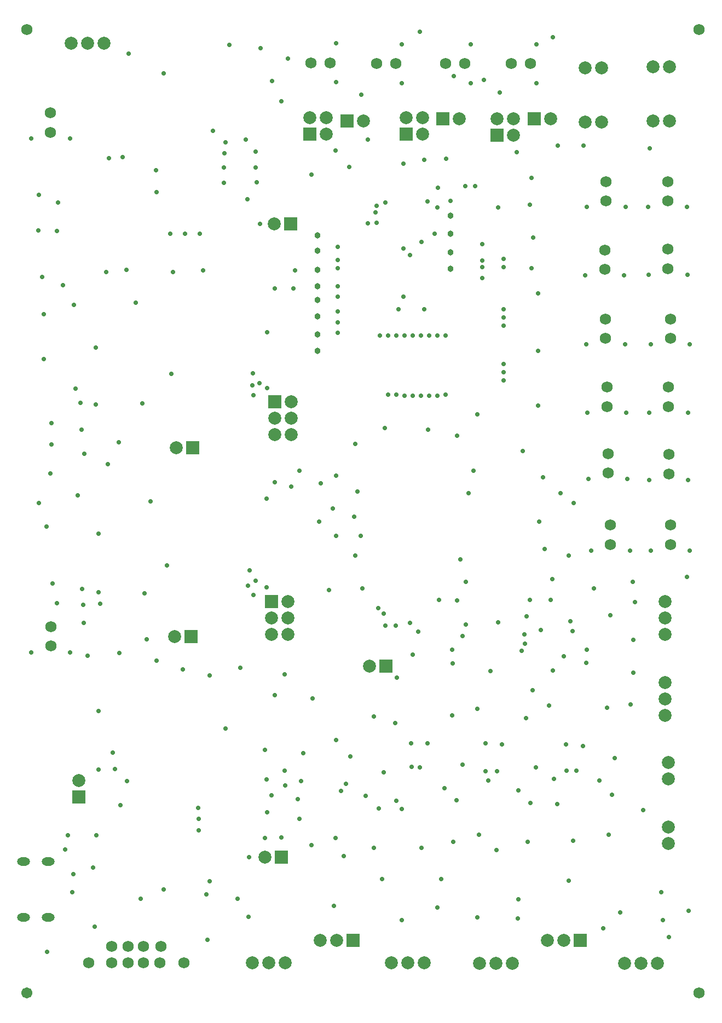
<source format=gbs>
G04 Layer_Color=16711935*
%FSLAX25Y25*%
%MOIN*%
G70*
G01*
G75*
%ADD104C,0.03800*%
%ADD106O,0.07887X0.05131*%
%ADD107C,0.06800*%
%ADD108C,0.06706*%
%ADD109C,0.07887*%
%ADD110C,0.02768*%
%ADD111R,0.07887X0.07887*%
%ADD112R,0.07887X0.07887*%
%ADD113C,0.02800*%
D104*
X385500Y997500D02*
D03*
Y1028500D02*
D03*
Y989000D02*
D03*
Y979000D02*
D03*
Y968000D02*
D03*
Y958000D02*
D03*
X466500Y1008000D02*
D03*
Y1018000D02*
D03*
Y1029500D02*
D03*
Y1040500D02*
D03*
X385500Y1019000D02*
D03*
Y1007500D02*
D03*
D106*
X206693Y647008D02*
D03*
X221654D02*
D03*
X206693Y612992D02*
D03*
X221654D02*
D03*
D107*
X208661Y1153543D02*
D03*
X618110D02*
D03*
Y566929D02*
D03*
X246232Y585362D02*
D03*
X304264D02*
D03*
X289748D02*
D03*
X279748D02*
D03*
X270248D02*
D03*
X260248D02*
D03*
Y595362D02*
D03*
X270248D02*
D03*
X279748D02*
D03*
X290248D02*
D03*
X381594Y1133500D02*
D03*
X393406D02*
D03*
X503594Y1133000D02*
D03*
X515406D02*
D03*
X463594D02*
D03*
X475406D02*
D03*
X421594D02*
D03*
X433405D02*
D03*
X223000Y1102905D02*
D03*
Y1091094D02*
D03*
X562500Y895469D02*
D03*
Y883657D02*
D03*
X599000Y1019969D02*
D03*
Y1008158D02*
D03*
X561000Y977468D02*
D03*
Y965658D02*
D03*
X600500Y977468D02*
D03*
Y965658D02*
D03*
X599500Y894969D02*
D03*
Y883158D02*
D03*
X561921Y935902D02*
D03*
Y924090D02*
D03*
X564000Y851968D02*
D03*
Y840158D02*
D03*
X223189Y790012D02*
D03*
Y778201D02*
D03*
X598823Y1061079D02*
D03*
Y1049268D02*
D03*
X599323Y935902D02*
D03*
Y924090D02*
D03*
X560500Y1019468D02*
D03*
Y1007658D02*
D03*
X600500Y851874D02*
D03*
Y840063D02*
D03*
X561421Y1061079D02*
D03*
Y1049268D02*
D03*
D108*
X208661Y566929D02*
D03*
D109*
X590098Y1097925D02*
D03*
X600098D02*
D03*
X590098Y1130925D02*
D03*
X600098D02*
D03*
X548598Y1097425D02*
D03*
X558598D02*
D03*
X548598Y1130425D02*
D03*
X558598D02*
D03*
X245500Y1145500D02*
D03*
X235500D02*
D03*
X255500D02*
D03*
X369768Y907043D02*
D03*
Y917043D02*
D03*
Y927043D02*
D03*
X359768Y907043D02*
D03*
Y917043D02*
D03*
X359417Y1035244D02*
D03*
X299492Y898984D02*
D03*
X494189Y585142D02*
D03*
X504189D02*
D03*
X484189D02*
D03*
X472000Y1099500D02*
D03*
X527500D02*
D03*
X413500Y1098000D02*
D03*
X298500Y784000D02*
D03*
X417224Y766059D02*
D03*
X353500Y649827D02*
D03*
X240315Y696240D02*
D03*
X439500Y1100000D02*
D03*
X449500Y1090000D02*
D03*
Y1100000D02*
D03*
X495000Y1099500D02*
D03*
X505000Y1089500D02*
D03*
Y1099500D02*
D03*
X381000Y1100000D02*
D03*
X391000Y1090000D02*
D03*
Y1100000D02*
D03*
X367614Y785425D02*
D03*
Y795425D02*
D03*
Y805425D02*
D03*
X357614Y785425D02*
D03*
Y795425D02*
D03*
X397327Y599051D02*
D03*
X387327D02*
D03*
X535528Y598921D02*
D03*
X525528D02*
D03*
X582772Y585142D02*
D03*
X592772D02*
D03*
X572772D02*
D03*
X440634Y585272D02*
D03*
X450634D02*
D03*
X430634D02*
D03*
X355988D02*
D03*
X365988D02*
D03*
X345988D02*
D03*
X599228Y667929D02*
D03*
Y657929D02*
D03*
X599228Y707299D02*
D03*
Y697299D02*
D03*
X597335Y746071D02*
D03*
Y756071D02*
D03*
Y736071D02*
D03*
X597335Y795284D02*
D03*
Y805284D02*
D03*
Y785284D02*
D03*
D110*
X397106Y1145311D02*
D03*
Y1121689D02*
D03*
X519106Y1144811D02*
D03*
Y1121189D02*
D03*
X479106Y1144811D02*
D03*
Y1121189D02*
D03*
X437106Y1144811D02*
D03*
Y1121189D02*
D03*
X234811Y1087394D02*
D03*
X211189D02*
D03*
X574311Y879957D02*
D03*
X550689D02*
D03*
X610811Y1004457D02*
D03*
X587189D02*
D03*
X572811Y961957D02*
D03*
X549189D02*
D03*
X612311D02*
D03*
X588689D02*
D03*
X611311Y879457D02*
D03*
X587689D02*
D03*
X573732Y920390D02*
D03*
X550110D02*
D03*
X575811Y836457D02*
D03*
X552189D02*
D03*
X235000Y774500D02*
D03*
X211378D02*
D03*
X610634Y1045567D02*
D03*
X587012D02*
D03*
X611134Y920390D02*
D03*
X587512D02*
D03*
X572311Y1003957D02*
D03*
X548689D02*
D03*
X612311Y836362D02*
D03*
X588689D02*
D03*
X573232Y1045567D02*
D03*
X549610D02*
D03*
D111*
X359768Y927043D02*
D03*
X240315Y686240D02*
D03*
X357614Y805425D02*
D03*
D112*
X369417Y1035244D02*
D03*
X309492Y898984D02*
D03*
X462000Y1099500D02*
D03*
X517500D02*
D03*
X403500Y1098000D02*
D03*
X308500Y784000D02*
D03*
X427224Y766059D02*
D03*
X363500Y649827D02*
D03*
X439500Y1090000D02*
D03*
X495000Y1089500D02*
D03*
X381000Y1090000D02*
D03*
X407327Y599051D02*
D03*
X545528Y598921D02*
D03*
D113*
X466500Y1049500D02*
D03*
X547500Y1083000D02*
D03*
X516000Y1063500D02*
D03*
X495500Y1045500D02*
D03*
X515000Y1047000D02*
D03*
X532000Y1083000D02*
D03*
X464000Y1075000D02*
D03*
X487000Y1123000D02*
D03*
X412191Y1113980D02*
D03*
X367500Y1136000D02*
D03*
X425000Y636500D02*
D03*
X236405Y628500D02*
D03*
X237000Y639500D02*
D03*
X516000Y1008500D02*
D03*
X457000Y1029500D02*
D03*
X449045Y1024372D02*
D03*
X267000Y1076114D02*
D03*
X258500Y1075500D02*
D03*
X507000Y1079000D02*
D03*
X374500Y885000D02*
D03*
X371000Y996000D02*
D03*
X359500D02*
D03*
X372000Y1007000D02*
D03*
X405500Y711000D02*
D03*
X450500Y1074500D02*
D03*
X296500Y944000D02*
D03*
X422500Y801500D02*
D03*
X426000Y798000D02*
D03*
X427000Y790575D02*
D03*
X434085Y758915D02*
D03*
X294000Y827500D02*
D03*
X416305Y1035805D02*
D03*
X448000Y704500D02*
D03*
X489500Y696500D02*
D03*
X516500Y751500D02*
D03*
X526500Y742000D02*
D03*
X483000Y740000D02*
D03*
X529500Y697500D02*
D03*
X484000Y663500D02*
D03*
X521500Y788000D02*
D03*
X481500Y1058500D02*
D03*
X475500D02*
D03*
X452500Y1049000D02*
D03*
X486000Y1023000D02*
D03*
Y1009000D02*
D03*
Y1002500D02*
D03*
Y1013000D02*
D03*
X510000Y775500D02*
D03*
X382500Y746500D02*
D03*
X458500Y1045500D02*
D03*
X398000Y969000D02*
D03*
Y975500D02*
D03*
Y1021500D02*
D03*
Y1008500D02*
D03*
Y1013500D02*
D03*
X419976Y655476D02*
D03*
X449000Y655500D02*
D03*
X350638Y1035244D02*
D03*
X354740Y813862D02*
D03*
X346646Y809205D02*
D03*
X538500Y635500D02*
D03*
X588000Y1081500D02*
D03*
X496500Y1115500D02*
D03*
X529000Y1149000D02*
D03*
X461000Y636500D02*
D03*
X395500Y620000D02*
D03*
X488024Y702024D02*
D03*
X512500Y734500D02*
D03*
X494500Y654000D02*
D03*
X508000Y690500D02*
D03*
X498976Y1009024D02*
D03*
X499000Y1014000D02*
D03*
X365500Y702500D02*
D03*
X257000Y1006000D02*
D03*
X462835Y691665D02*
D03*
X520000Y993000D02*
D03*
X499000Y973500D02*
D03*
Y978500D02*
D03*
Y983500D02*
D03*
Y940000D02*
D03*
Y950000D02*
D03*
Y945000D02*
D03*
X435000Y983500D02*
D03*
X450500D02*
D03*
X421500Y1036000D02*
D03*
X442000Y792500D02*
D03*
X279000Y925980D02*
D03*
X296012Y1029512D02*
D03*
X305000Y1029500D02*
D03*
X314000D02*
D03*
X322000Y1092000D02*
D03*
X415000Y687000D02*
D03*
X423000Y679500D02*
D03*
X426000Y701500D02*
D03*
X470346Y684346D02*
D03*
X468409Y659091D02*
D03*
X488000Y719000D02*
D03*
X498000Y718500D02*
D03*
X443500Y773000D02*
D03*
X331886Y1144516D02*
D03*
X237374Y985941D02*
D03*
X467728Y736004D02*
D03*
X426500Y911000D02*
D03*
X547248Y717209D02*
D03*
X363500Y1110000D02*
D03*
X270500Y1139000D02*
D03*
X239689Y870106D02*
D03*
X519882Y924575D02*
D03*
Y958138D02*
D03*
X313028Y679563D02*
D03*
X313122Y666157D02*
D03*
X313323Y672858D02*
D03*
X252378Y846846D02*
D03*
X354740Y867984D02*
D03*
X369661Y875346D02*
D03*
X359480Y878102D02*
D03*
X343783Y649827D02*
D03*
X329528Y728063D02*
D03*
X287409Y1068051D02*
D03*
X287760Y1054701D02*
D03*
X250492Y925484D02*
D03*
X274992Y987484D02*
D03*
X250492Y959984D02*
D03*
X346492Y930984D02*
D03*
X354992Y935484D02*
D03*
Y969484D02*
D03*
X433248Y790721D02*
D03*
X252378Y811173D02*
D03*
X433681Y683949D02*
D03*
X419874Y735256D02*
D03*
X442760Y719004D02*
D03*
X452760D02*
D03*
X442819Y704563D02*
D03*
X473831Y705965D02*
D03*
X495764Y792764D02*
D03*
X432874Y731256D02*
D03*
X490957Y763071D02*
D03*
X515177Y682677D02*
D03*
X513465Y658965D02*
D03*
X494965Y701965D02*
D03*
X402874Y694256D02*
D03*
X518465Y704465D02*
D03*
X561846Y740807D02*
D03*
X576346Y742807D02*
D03*
X557346Y696307D02*
D03*
X564846Y687807D02*
D03*
X562846Y663307D02*
D03*
X437943Y991045D02*
D03*
X416197Y1086772D02*
D03*
X463665Y967421D02*
D03*
X458665D02*
D03*
X453665D02*
D03*
X448665D02*
D03*
X443665D02*
D03*
X438665D02*
D03*
X433665D02*
D03*
X428665D02*
D03*
X423665D02*
D03*
X252126Y738685D02*
D03*
Y703118D02*
D03*
X242342Y812902D02*
D03*
X242843Y803402D02*
D03*
X253343Y803902D02*
D03*
X343342Y814902D02*
D03*
X241374Y926402D02*
D03*
X238374Y934902D02*
D03*
X344342Y824402D02*
D03*
X350374Y938402D02*
D03*
X346374Y944402D02*
D03*
X345874Y936902D02*
D03*
X292000Y630000D02*
D03*
X363776Y661815D02*
D03*
X269342Y1007402D02*
D03*
X447000Y787000D02*
D03*
X342043Y1086701D02*
D03*
X262343Y703402D02*
D03*
X261000Y713500D02*
D03*
X543346Y702307D02*
D03*
X537346D02*
D03*
X541346Y659807D02*
D03*
X428677Y931283D02*
D03*
X443677Y930783D02*
D03*
X448677Y930811D02*
D03*
X453677Y930783D02*
D03*
X458677D02*
D03*
X463677Y931283D02*
D03*
X433677Y931311D02*
D03*
X438677Y930783D02*
D03*
X280279Y810437D02*
D03*
X468500Y1125500D02*
D03*
X448000Y1152500D02*
D03*
X599500Y601000D02*
D03*
X437000Y611500D02*
D03*
X529000Y763394D02*
D03*
X250000Y607500D02*
D03*
X467866Y767736D02*
D03*
X438000Y1020500D02*
D03*
X442000Y1016500D02*
D03*
X611500Y617000D02*
D03*
X610500Y820500D02*
D03*
X578000Y782000D02*
D03*
X511957Y779571D02*
D03*
X539500Y793500D02*
D03*
X513035Y796492D02*
D03*
X358000Y1122500D02*
D03*
X396500Y1080000D02*
D03*
X421000Y1042500D02*
D03*
X400000Y690000D02*
D03*
X398000Y982000D02*
D03*
Y997500D02*
D03*
Y991000D02*
D03*
X359500Y748500D02*
D03*
X284000Y866500D02*
D03*
X265500Y681500D02*
D03*
X269500Y696000D02*
D03*
X396500Y661500D02*
D03*
X566539Y710000D02*
D03*
X292000Y1127000D02*
D03*
X329500Y1085000D02*
D03*
X353500Y661500D02*
D03*
X343000Y1050500D02*
D03*
X329043Y1078201D02*
D03*
X348043Y1079201D02*
D03*
X328543Y1069701D02*
D03*
Y1060201D02*
D03*
X348043Y1069701D02*
D03*
X348543Y1060701D02*
D03*
X354500Y697000D02*
D03*
X357500Y687500D02*
D03*
X375500Y696000D02*
D03*
X373500Y685000D02*
D03*
X355000Y677000D02*
D03*
X374500Y673000D02*
D03*
X366000Y693500D02*
D03*
X353500Y715000D02*
D03*
X377000Y713000D02*
D03*
X517000Y1027000D02*
D03*
X537000Y718500D02*
D03*
X427000Y1048500D02*
D03*
X549342Y768157D02*
D03*
X549469Y776031D02*
D03*
X535500Y772000D02*
D03*
X467531Y776031D02*
D03*
X476087Y791345D02*
D03*
X474000Y784500D02*
D03*
X511500Y785500D02*
D03*
X421500Y1046500D02*
D03*
X224342Y816402D02*
D03*
X226842Y804402D02*
D03*
X243342Y792402D02*
D03*
X233500Y663000D02*
D03*
X278000Y624500D02*
D03*
X265000Y774000D02*
D03*
X245500Y772500D02*
D03*
X251000Y663000D02*
D03*
X413000Y813500D02*
D03*
X578000Y762000D02*
D03*
X515000Y806500D02*
D03*
X527500D02*
D03*
X541000Y787500D02*
D03*
X397000Y721000D02*
D03*
X437000Y679000D02*
D03*
X531500Y682000D02*
D03*
X232000Y654500D02*
D03*
X221000Y592000D02*
D03*
X382000Y657000D02*
D03*
X337000Y624500D02*
D03*
X318000Y627000D02*
D03*
X320000Y635000D02*
D03*
X249000Y643500D02*
D03*
X318500Y599500D02*
D03*
X584000Y678500D02*
D03*
X348000Y818000D02*
D03*
X401500Y650500D02*
D03*
X343500Y613500D02*
D03*
X387500Y877500D02*
D03*
X397000Y882000D02*
D03*
X408500Y901500D02*
D03*
X395000Y862000D02*
D03*
X410000Y872500D02*
D03*
X397000Y845500D02*
D03*
X411971D02*
D03*
X408500Y833500D02*
D03*
X408000Y857000D02*
D03*
X386500Y854000D02*
D03*
X470500Y906500D02*
D03*
X480500Y885000D02*
D03*
X524000Y837500D02*
D03*
X528500Y819000D02*
D03*
X538500Y833500D02*
D03*
X554000Y813500D02*
D03*
X564000Y797000D02*
D03*
X523000Y881000D02*
D03*
X533500Y871500D02*
D03*
X541500Y865500D02*
D03*
X510500Y897000D02*
D03*
X483000Y919500D02*
D03*
X520500Y854000D02*
D03*
X459500Y806500D02*
D03*
X476000Y817500D02*
D03*
X470500Y806000D02*
D03*
X472500Y831000D02*
D03*
X477500Y871500D02*
D03*
X453000Y910000D02*
D03*
X577500Y817500D02*
D03*
X579000Y805000D02*
D03*
X483000Y613000D02*
D03*
X507500Y612500D02*
D03*
X223492Y913984D02*
D03*
X241992Y909984D02*
D03*
X223492Y900984D02*
D03*
X243492Y895484D02*
D03*
X222992Y883484D02*
D03*
X257992Y888984D02*
D03*
X215992Y865484D02*
D03*
X220492Y850984D02*
D03*
X264500Y902500D02*
D03*
X303492Y763984D02*
D03*
X319992Y760484D02*
D03*
X338492Y764984D02*
D03*
X365492Y760984D02*
D03*
X281492Y782484D02*
D03*
X287492Y769484D02*
D03*
X218992Y952984D02*
D03*
Y980484D02*
D03*
X217992Y1002984D02*
D03*
X230492Y997984D02*
D03*
X215492Y1031484D02*
D03*
X215992Y1052984D02*
D03*
X227492Y1048484D02*
D03*
X226992Y1030984D02*
D03*
X316000Y1007000D02*
D03*
X297500Y1006000D02*
D03*
X438000Y1072000D02*
D03*
X350992Y1142484D02*
D03*
X459000Y1057500D02*
D03*
X382000Y1065500D02*
D03*
X405000Y1070000D02*
D03*
X594992Y628484D02*
D03*
X595992Y611484D02*
D03*
X569992Y615984D02*
D03*
X559492Y606484D02*
D03*
X458492Y618984D02*
D03*
X507992Y623984D02*
D03*
X392500Y812500D02*
D03*
M02*

</source>
